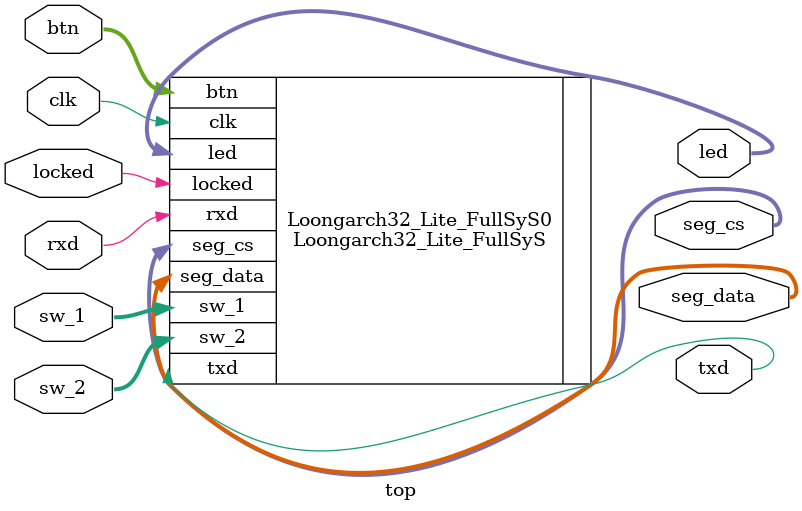
<source format=v>
module top(
    input clk,
    input locked,
    
    input        rxd,
    output       txd,
    
    input  [31:0] sw_1,
    input  [31:0] sw_2,
    output [31:0] led,
    output [3:0]  seg_cs,
    output [7:0]  seg_data,
    input  [7:0]  btn
);

    Loongarch32_Lite_FullSyS Loongarch32_Lite_FullSyS0 (
        .clk(clk),
        .locked(locked),
        .rxd(rxd),
        .txd(txd),
        .sw_1(sw_1),
        .sw_2(sw_2),
        .led(led),
        .seg_cs(seg_cs),
        .seg_data(seg_data),
        .btn(btn)
    );

endmodule
</source>
